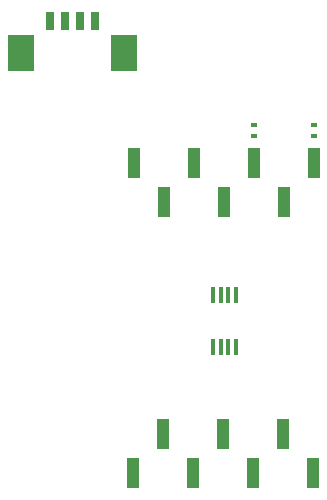
<source format=gbr>
G04 #@! TF.GenerationSoftware,KiCad,Pcbnew,(5.1.2)-2*
G04 #@! TF.CreationDate,2021-11-10T11:23:53-03:00*
G04 #@! TF.ProjectId,MAG_Plus,4d41475f-506c-4757-932e-6b696361645f,rev?*
G04 #@! TF.SameCoordinates,Original*
G04 #@! TF.FileFunction,Paste,Top*
G04 #@! TF.FilePolarity,Positive*
%FSLAX46Y46*%
G04 Gerber Fmt 4.6, Leading zero omitted, Abs format (unit mm)*
G04 Created by KiCad (PCBNEW (5.1.2)-2) date 2021-11-10 11:23:53*
%MOMM*%
%LPD*%
G04 APERTURE LIST*
%ADD10R,2.200000X3.100000*%
%ADD11R,0.800000X1.500000*%
%ADD12R,1.000000X2.510000*%
%ADD13R,0.600000X0.400000*%
%ADD14R,0.450000X1.450000*%
G04 APERTURE END LIST*
D10*
X292125000Y-54875000D03*
X283375000Y-54875000D03*
D11*
X289625000Y-52125000D03*
X288375000Y-52125000D03*
X287125000Y-52125000D03*
X285875000Y-52125000D03*
D12*
X308180000Y-64135000D03*
X303100000Y-64135000D03*
X298020000Y-64135000D03*
X292940000Y-64135000D03*
X305640000Y-67445000D03*
X300560000Y-67445000D03*
X295480000Y-67445000D03*
X305600000Y-87115000D03*
X300520000Y-87115000D03*
X295440000Y-87115000D03*
X308140000Y-90425000D03*
X303060000Y-90425000D03*
X297980000Y-90425000D03*
X292900000Y-90425000D03*
D13*
X308210000Y-61860000D03*
X308210000Y-60960000D03*
X303090000Y-60950000D03*
X303090000Y-61850000D03*
D14*
X301585000Y-79720000D03*
X300935000Y-79720000D03*
X300285000Y-79720000D03*
X299635000Y-79720000D03*
X299635000Y-75320000D03*
X300285000Y-75320000D03*
X300935000Y-75320000D03*
X301585000Y-75320000D03*
M02*

</source>
